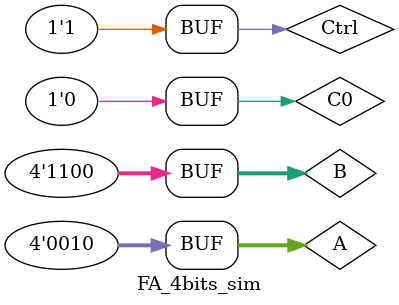
<source format=v>
`timescale 1ns / 1ps


module FA_4bits_sim;

	// Inputs
	reg Ctrl;
	reg [3:0] A;
	reg [3:0] B;
	reg C0;

	// Outputs
	wire [3:0] s;
	wire OF;
	wire CF;
	wire ZF;
	wire SF;
	wire PF;

	// Instantiate the Unit Under Test (UUT)
	FA_4bits uut (
		.Ctrl(Ctrl), 
		.A(A), 
		.B(B), 
		.C0(C0), 
		.s(s), 
		.OF(OF), 
		.CF(CF), 
		.ZF(ZF), 
		.SF(SF), 
		.PF(PF)
	);

	initial begin
		Ctrl = 1;
		A = 4'b1100;
		B = 4'b1011;
		C0 = 1;

		// Wait 100 ns for global reset to finish
		#100;
		A=4'b0000;
		B=4'b0000;
		C0=0;
		#100;
		Ctrl=1;
		A=4'b0010;
		B=4'b1100;
        
		// Add stimulus here

	end
      
endmodule


</source>
